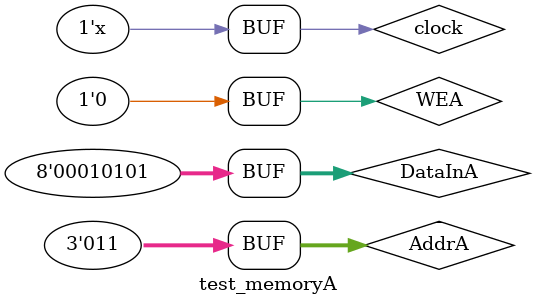
<source format=v>

module test_memoryA;

reg WEA;
reg clock;
reg [7:0]DataInA;
reg [2:0]AddrA;
wire [7:0]DOut1;

memoryA ma1(WEA,clock, DataInA, AddrA, DOut1);

initial
begin
WEA=1'b0;
DataInA=8'b0;
AddrA=3'b0;
clock=0;
#10 WEA=1'b1;
DataInA=8'd5;

#10 WEA=1'b0;
AddrA=3'd3;
#10 WEA=1'b1;
DataInA=8'd21;

#10 WEA=1'b0;
//#100 $finish;
end
always #1 clock=~clock;

endmodule
</source>
